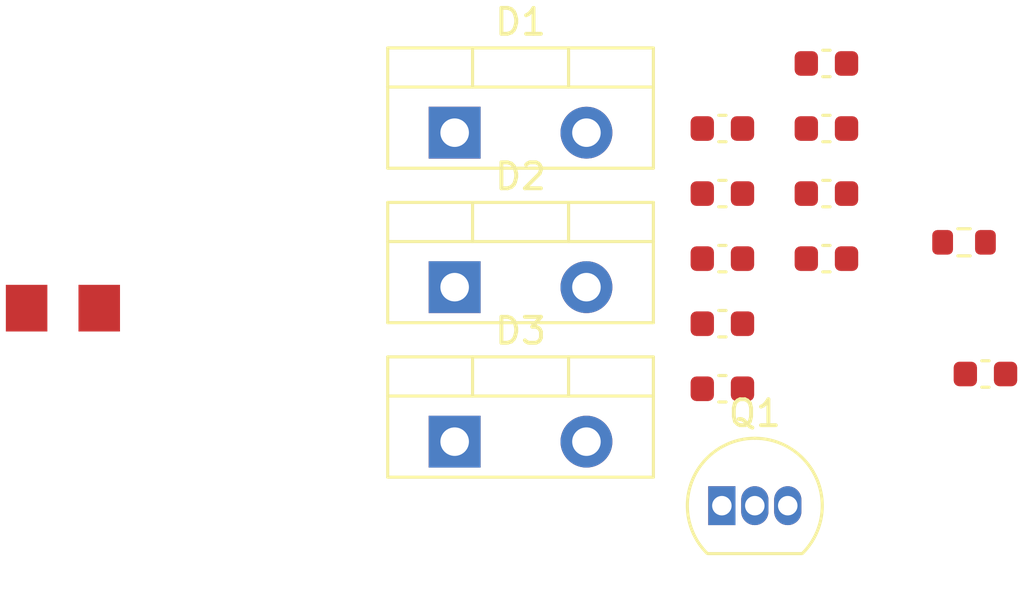
<source format=kicad_pcb>
(kicad_pcb (version 20221018) (generator pcbnew)
  (layers (0 "F.Cu" signal) (31 "B.Cu" signal) (34 "B.Paste" user) (35 "F.Paste" user) (36 "B.SilkS" user "B.Silkscreen") (37 "F.SilkS" user "F.Silkscreen") (38 "B.Mask" user) (39 "F.Mask" user) (44 "Edge.Cuts" user))
  (net 0 "")
  (net 1 "GND")
  (net 2 "/5")
  (net 3 "/18")
  (net 4 "/22")
  (net 5 "/24")
  (net 6 "/20")
  (net 7 "/23")
  (net 8 "/15")
  (net 9 "/21")
  (net 10 "Net-(D1-K)")
  (net 11 "/2")
  (net 12 "/3")
  (footprint "SparkFun-Capacitor:C_0603_1608Metric" (layer "F.Cu") (at 170.2 99.63)
    (fp_text reference "C6")
    (fp_text value "1.0uF")
    (fp_line (start -0.14058 -0.51) (end 0.14058 -0.51) (stroke (width 0.12)) (layer "F.SilkS"))
    (fp_line (start -0.14058 0.51) (end 0.14058 0.51) (stroke (width 0.12)) (layer "F.SilkS"))
    (pad "1" smd roundrect (at -0.775 0) (size 0.9 0.95) (layers "F.Cu" "F.Paste" "F.Mask") (net 7 "/23"))
    (pad "2" smd roundrect (at 0.775 0) (size 0.9 0.95) (layers "F.Cu" "F.Paste" "F.Mask") (net 1 "GND"))
  )
  (footprint "SparkFun-Resistor:R_0603_1608Metric" (layer "F.Cu") (at 179.515 93.98)
    (fp_text reference "R1")
    (fp_text value "0.47")
    (fp_line (start -0.237258 -0.5225) (end 0.237258 -0.5225) (stroke (width 0.12)) (layer "F.SilkS"))
    (fp_line (start -0.237258 0.5225) (end 0.237258 0.5225) (stroke (width 0.12)) (layer "F.SilkS"))
    (pad "1" smd roundrect (at -0.825 0) (size 0.8 0.95) (layers "F.Cu" "F.Paste" "F.Mask") (net 1 "GND"))
    (pad "2" smd roundrect (at 0.825 0) (size 0.8 0.95) (layers "F.Cu" "F.Paste" "F.Mask") (net 12 "/3"))
  )
  (footprint "SparkFun-Capacitor:C_0603_1608Metric" (layer "F.Cu") (at 170.2 94.61)
    (fp_text reference "C4")
    (fp_text value "1.0uF")
    (fp_line (start -0.14058 -0.51) (end 0.14058 -0.51) (stroke (width 0.12)) (layer "F.SilkS"))
    (fp_line (start -0.14058 0.51) (end 0.14058 0.51) (stroke (width 0.12)) (layer "F.SilkS"))
    (pad "1" smd roundrect (at -0.775 0) (size 0.9 0.95) (layers "F.Cu" "F.Paste" "F.Mask") (net 5 "/24"))
    (pad "2" smd roundrect (at 0.775 0) (size 0.9 0.95) (layers "F.Cu" "F.Paste" "F.Mask") (net 1 "GND"))
  )
  (footprint "SparkFun-Capacitor:C_0603_1608Metric" (layer "F.Cu") (at 170.2 97.12)
    (fp_text reference "C5")
    (fp_text value "1.0uF")
    (fp_line (start -0.14058 -0.51) (end 0.14058 -0.51) (stroke (width 0.12)) (layer "F.SilkS"))
    (fp_line (start -0.14058 0.51) (end 0.14058 0.51) (stroke (width 0.12)) (layer "F.SilkS"))
    (pad "1" smd roundrect (at -0.775 0) (size 0.9 0.95) (layers "F.Cu" "F.Paste" "F.Mask") (net 6 "/20"))
    (pad "2" smd roundrect (at 0.775 0) (size 0.9 0.95) (layers "F.Cu" "F.Paste" "F.Mask") (net 1 "GND"))
  )
  (footprint "Package_TO_SOT_THT:TO-220-2_Vertical" (layer "F.Cu") (at 159.88 101.67)
    (fp_text reference "D3" (at 2.54 -4.27) (layer "F.SilkS"))
    (fp_text value "C4D05120A")
    (fp_line (start -2.58 -3.27) (end -2.58 1.371) (stroke (width 0.12)) (layer "F.SilkS"))
    (fp_line (start -2.58 -3.27) (end 7.66 -3.27) (stroke (width 0.12)) (layer "F.SilkS"))
    (fp_line (start -2.58 -1.76) (end 7.66 -1.76) (stroke (width 0.12)) (layer "F.SilkS"))
    (fp_line (start -2.58 1.371) (end 7.66 1.371) (stroke (width 0.12)) (layer "F.SilkS"))
    (fp_line (start 0.69 -3.27) (end 0.69 -1.76) (stroke (width 0.12)) (layer "F.SilkS"))
    (fp_line (start 4.391 -3.27) (end 4.391 -1.76) (stroke (width 0.12)) (layer "F.SilkS"))
    (fp_line (start 7.66 -3.27) (end 7.66 1.371) (stroke (width 0.12)) (layer "F.SilkS"))
    (pad "1" thru_hole rect (at 0 0) (size 2 2) (drill 1.1) (layers "*.Cu" "*.Mask") (net 1 "GND"))
    (pad "2" thru_hole oval (at 5.08 0) (size 2 2) (drill 1.1) (layers "*.Cu" "*.Mask") (net 10 "Net-(D1-K)"))
  )
  (footprint "Package_TO_SOT_THT:TO-92_Inline" (layer "F.Cu") (at 170.18 104.14)
    (fp_text reference "Q1" (at 1.27 -3.56) (layer "F.SilkS"))
    (fp_text value "BS108")
    (fp_line (start -0.53 1.85) (end 3.07 1.85) (stroke (width 0.12)) (layer "F.SilkS"))
    (fp_arc (start -0.568478 1.838478) (mid -1.132087 -0.994977) (end 1.27 -2.6) (stroke (width 0.12)) (layer "F.SilkS"))
    (fp_arc (start 1.27 -2.6) (mid 3.672087 -0.994977) (end 3.108478 1.838478) (stroke (width 0.12)) (layer "F.SilkS"))
    (pad "1" thru_hole rect (at 0 0) (size 1.05 1.5) (drill 0.75) (layers "*.Cu" "*.Mask") (net 8 "/15"))
    (pad "2" thru_hole oval (at 1.27 0) (size 1.05 1.5) (drill 0.75) (layers "*.Cu" "*.Mask") (net 11 "/2"))
    (pad "3" thru_hole oval (at 2.54 0) (size 1.05 1.5) (drill 0.75) (layers "*.Cu" "*.Mask") (net 12 "/3"))
  )
  (footprint "Package_TO_SOT_THT:TO-220-2_Vertical" (layer "F.Cu") (at 159.88 89.75)
    (fp_text reference "D1" (at 2.54 -4.27) (layer "F.SilkS"))
    (fp_text value "C4D05120A")
    (fp_line (start -2.58 -3.27) (end -2.58 1.371) (stroke (width 0.12)) (layer "F.SilkS"))
    (fp_line (start -2.58 -3.27) (end 7.66 -3.27) (stroke (width 0.12)) (layer "F.SilkS"))
    (fp_line (start -2.58 -1.76) (end 7.66 -1.76) (stroke (width 0.12)) (layer "F.SilkS"))
    (fp_line (start -2.58 1.371) (end 7.66 1.371) (stroke (width 0.12)) (layer "F.SilkS"))
    (fp_line (start 0.69 -3.27) (end 0.69 -1.76) (stroke (width 0.12)) (layer "F.SilkS"))
    (fp_line (start 4.391 -3.27) (end 4.391 -1.76) (stroke (width 0.12)) (layer "F.SilkS"))
    (fp_line (start 7.66 -3.27) (end 7.66 1.371) (stroke (width 0.12)) (layer "F.SilkS"))
    (pad "1" thru_hole rect (at 0 0) (size 2 2) (drill 1.1) (layers "*.Cu" "*.Mask") (net 10 "Net-(D1-K)"))
    (pad "2" thru_hole oval (at 5.08 0) (size 2 2) (drill 1.1) (layers "*.Cu" "*.Mask") (net 7 "/23"))
  )
  (footprint "SparkFun-Capacitor:C_0603_1608Metric" (layer "F.Cu") (at 180.34 99.06)
    (fp_text reference "C1")
    (fp_text value "1.0uF")
    (fp_line (start -0.14058 -0.51) (end 0.14058 -0.51) (stroke (width 0.12)) (layer "F.SilkS"))
    (fp_line (start -0.14058 0.51) (end 0.14058 0.51) (stroke (width 0.12)) (layer "F.SilkS"))
    (pad "1" smd roundrect (at -0.775 0) (size 0.9 0.95) (layers "F.Cu" "F.Paste" "F.Mask") (net 1 "GND"))
    (pad "2" smd roundrect (at 0.775 0) (size 0.9 0.95) (layers "F.Cu" "F.Paste" "F.Mask") (net 2 "/5"))
  )
  (footprint "SparkFun-Capacitor:C_0603_1608Metric" (layer "F.Cu") (at 170.2 92.1)
    (fp_text reference "C3")
    (fp_text value "1.0uF")
    (fp_line (start -0.14058 -0.51) (end 0.14058 -0.51) (stroke (width 0.12)) (layer "F.SilkS"))
    (fp_line (start -0.14058 0.51) (end 0.14058 0.51) (stroke (width 0.12)) (layer "F.SilkS"))
    (pad "1" smd roundrect (at -0.775 0) (size 0.9 0.95) (layers "F.Cu" "F.Paste" "F.Mask") (net 4 "/22"))
    (pad "2" smd roundrect (at 0.775 0) (size 0.9 0.95) (layers "F.Cu" "F.Paste" "F.Mask") (net 1 "GND"))
  )
  (footprint "SparkFun-Capacitor:C_0603_1608Metric" (layer "F.Cu") (at 174.21 89.59)
    (fp_text reference "C8")
    (fp_text value "1.0uF")
    (fp_line (start -0.14058 -0.51) (end 0.14058 -0.51) (stroke (width 0.12)) (layer "F.SilkS"))
    (fp_line (start -0.14058 0.51) (end 0.14058 0.51) (stroke (width 0.12)) (layer "F.SilkS"))
    (pad "1" smd roundrect (at -0.775 0) (size 0.9 0.95) (layers "F.Cu" "F.Paste" "F.Mask") (net 9 "/21"))
    (pad "2" smd roundrect (at 0.775 0) (size 0.9 0.95) (layers "F.Cu" "F.Paste" "F.Mask") (net 1 "GND"))
  )
  (footprint "SparkFun-Capacitor:C_0603_1608Metric" (layer "F.Cu") (at 174.21 92.1)
    (fp_text reference "C9")
    (fp_text value "0.1uF")
    (fp_line (start -0.14058 -0.51) (end 0.14058 -0.51) (stroke (width 0.12)) (layer "F.SilkS"))
    (fp_line (start -0.14058 0.51) (end 0.14058 0.51) (stroke (width 0.12)) (layer "F.SilkS"))
    (pad "1" smd roundrect (at -0.775 0) (size 0.9 0.95) (layers "F.Cu" "F.Paste" "F.Mask") (net 8 "/15"))
    (pad "2" smd roundrect (at 0.775 0) (size 0.9 0.95) (layers "F.Cu" "F.Paste" "F.Mask") (net 1 "GND"))
  )
  (footprint "SparkFun-Capacitor:C_0603_1608Metric" (layer "F.Cu") (at 174.21 94.61)
    (fp_text reference "C10")
    (fp_text value "4.7u")
    (fp_line (start -0.14058 -0.51) (end 0.14058 -0.51) (stroke (width 0.12)) (layer "F.SilkS"))
    (fp_line (start -0.14058 0.51) (end 0.14058 0.51) (stroke (width 0.12)) (layer "F.SilkS"))
    (pad "1" smd roundrect (at -0.775 0) (size 0.9 0.95) (layers "F.Cu" "F.Paste" "F.Mask") (net 8 "/15"))
    (pad "2" smd roundrect (at 0.775 0) (size 0.9 0.95) (layers "F.Cu" "F.Paste" "F.Mask") (net 10 "Net-(D1-K)"))
  )
  (footprint "SparkFun-Fuse:1206" (layer "F.Cu") (at 144.78 96.52)
    (fp_text reference "REF**")
    (fp_text value "1206")
    (pad "1" smd rect (at -1.4 0) (size 1.6 1.8) (layers "F.Cu" "F.Paste" "F.Mask"))
    (pad "2" smd rect (at 1.4 0) (size 1.6 1.8) (layers "F.Cu" "F.Paste" "F.Mask"))
  )
  (footprint "SparkFun-Capacitor:C_0603_1608Metric" (layer "F.Cu") (at 170.2 89.59)
    (fp_text reference "C2")
    (fp_text value "1.0uF")
    (fp_line (start -0.14058 -0.51) (end 0.14058 -0.51) (stroke (width 0.12)) (layer "F.SilkS"))
    (fp_line (start -0.14058 0.51) (end 0.14058 0.51) (stroke (width 0.12)) (layer "F.SilkS"))
    (pad "1" smd roundrect (at -0.775 0) (size 0.9 0.95) (layers "F.Cu" "F.Paste" "F.Mask") (net 3 "/18"))
    (pad "2" smd roundrect (at 0.775 0) (size 0.9 0.95) (layers "F.Cu" "F.Paste" "F.Mask") (net 1 "GND"))
  )
  (footprint "Package_TO_SOT_THT:TO-220-2_Vertical" (layer "F.Cu") (at 159.88 95.71)
    (fp_text reference "D2" (at 2.54 -4.27) (layer "F.SilkS"))
    (fp_text value "C4D05120A")
    (fp_line (start -2.58 -3.27) (end -2.58 1.371) (stroke (width 0.12)) (layer "F.SilkS"))
    (fp_line (start -2.58 -3.27) (end 7.66 -3.27) (stroke (width 0.12)) (layer "F.SilkS"))
    (fp_line (start -2.58 -1.76) (end 7.66 -1.76) (stroke (width 0.12)) (layer "F.SilkS"))
    (fp_line (start -2.58 1.371) (end 7.66 1.371) (stroke (width 0.12)) (layer "F.SilkS"))
    (fp_line (start 0.69 -3.27) (end 0.69 -1.76) (stroke (width 0.12)) (layer "F.SilkS"))
    (fp_line (start 4.391 -3.27) (end 4.391 -1.76) (stroke (width 0.12)) (layer "F.SilkS"))
    (fp_line (start 7.66 -3.27) (end 7.66 1.371) (stroke (width 0.12)) (layer "F.SilkS"))
    (pad "1" thru_hole rect (at 0 0) (size 2 2) (drill 1.1) (layers "*.Cu" "*.Mask") (net 9 "/21"))
    (pad "2" thru_hole oval (at 5.08 0) (size 2 2) (drill 1.1) (layers "*.Cu" "*.Mask") (net 8 "/15"))
  )
  (footprint "SparkFun-Capacitor:C_0603_1608Metric" (layer "F.Cu") (at 174.21 87.08)
    (fp_text reference "C7")
    (fp_text value "1.0uF")
    (fp_line (start -0.14058 -0.51) (end 0.14058 -0.51) (stroke (width 0.12)) (layer "F.SilkS"))
    (fp_line (start -0.14058 0.51) (end 0.14058 0.51) (stroke (width 0.12)) (layer "F.SilkS"))
    (pad "1" smd roundrect (at -0.775 0) (size 0.9 0.95) (layers "F.Cu" "F.Paste" "F.Mask") (net 8 "/15"))
    (pad "2" smd roundrect (at 0.775 0) (size 0.9 0.95) (layers "F.Cu" "F.Paste" "F.Mask") (net 1 "GND"))
  )
)
</source>
